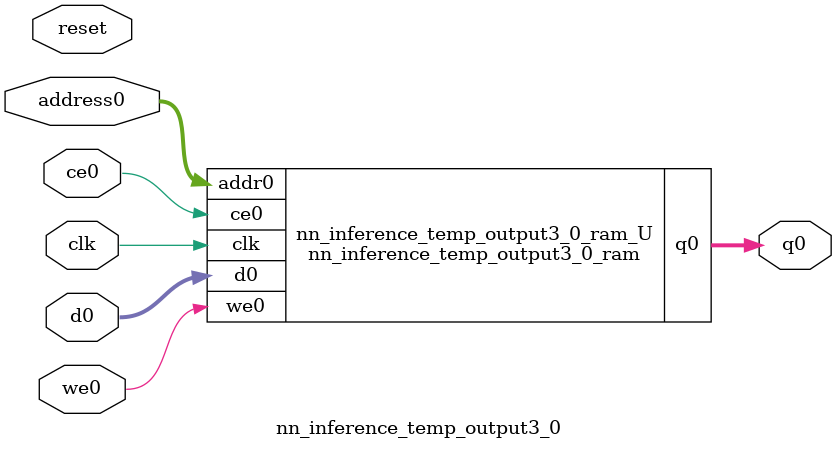
<source format=v>
`timescale 1 ns / 1 ps
module nn_inference_temp_output3_0_ram (addr0, ce0, d0, we0, q0,  clk);

parameter DWIDTH = 32;
parameter AWIDTH = 4;
parameter MEM_SIZE = 10;

input[AWIDTH-1:0] addr0;
input ce0;
input[DWIDTH-1:0] d0;
input we0;
output reg[DWIDTH-1:0] q0;
input clk;

reg [DWIDTH-1:0] ram[0:MEM_SIZE-1];




always @(posedge clk)  
begin 
    if (ce0) begin
        if (we0) 
            ram[addr0] <= d0; 
        q0 <= ram[addr0];
    end
end


endmodule

`timescale 1 ns / 1 ps
module nn_inference_temp_output3_0(
    reset,
    clk,
    address0,
    ce0,
    we0,
    d0,
    q0);

parameter DataWidth = 32'd32;
parameter AddressRange = 32'd10;
parameter AddressWidth = 32'd4;
input reset;
input clk;
input[AddressWidth - 1:0] address0;
input ce0;
input we0;
input[DataWidth - 1:0] d0;
output[DataWidth - 1:0] q0;



nn_inference_temp_output3_0_ram nn_inference_temp_output3_0_ram_U(
    .clk( clk ),
    .addr0( address0 ),
    .ce0( ce0 ),
    .we0( we0 ),
    .d0( d0 ),
    .q0( q0 ));

endmodule


</source>
